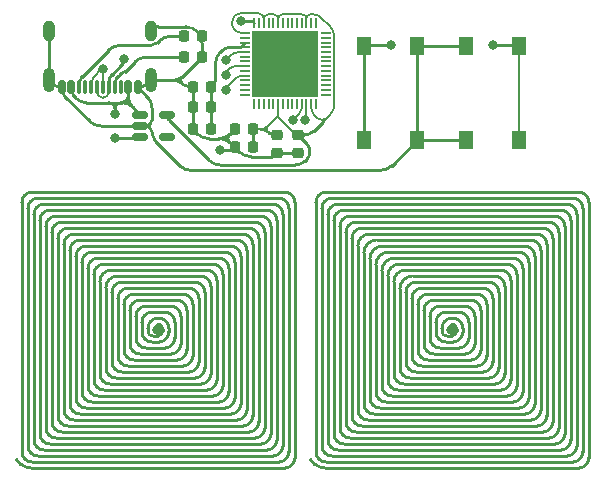
<source format=gbr>
%TF.GenerationSoftware,KiCad,Pcbnew,8.0.2*%
%TF.CreationDate,2024-05-17T16:53:07+03:00*%
%TF.ProjectId,zamonaryboard,7a616d6f-6e61-4727-9962-6f6172642e6b,rev?*%
%TF.SameCoordinates,Original*%
%TF.FileFunction,Copper,L1,Top*%
%TF.FilePolarity,Positive*%
%FSLAX46Y46*%
G04 Gerber Fmt 4.6, Leading zero omitted, Abs format (unit mm)*
G04 Created by KiCad (PCBNEW 8.0.2) date 2024-05-17 16:53:07*
%MOMM*%
%LPD*%
G01*
G04 APERTURE LIST*
G04 Aperture macros list*
%AMRoundRect*
0 Rectangle with rounded corners*
0 $1 Rounding radius*
0 $2 $3 $4 $5 $6 $7 $8 $9 X,Y pos of 4 corners*
0 Add a 4 corners polygon primitive as box body*
4,1,4,$2,$3,$4,$5,$6,$7,$8,$9,$2,$3,0*
0 Add four circle primitives for the rounded corners*
1,1,$1+$1,$2,$3*
1,1,$1+$1,$4,$5*
1,1,$1+$1,$6,$7*
1,1,$1+$1,$8,$9*
0 Add four rect primitives between the rounded corners*
20,1,$1+$1,$2,$3,$4,$5,0*
20,1,$1+$1,$4,$5,$6,$7,0*
20,1,$1+$1,$6,$7,$8,$9,0*
20,1,$1+$1,$8,$9,$2,$3,0*%
G04 Aperture macros list end*
%TA.AperFunction,SMDPad,CuDef*%
%ADD10RoundRect,0.225000X0.225000X0.250000X-0.225000X0.250000X-0.225000X-0.250000X0.225000X-0.250000X0*%
%TD*%
%TA.AperFunction,SMDPad,CuDef*%
%ADD11R,1.300000X1.550000*%
%TD*%
%TA.AperFunction,SMDPad,CuDef*%
%ADD12RoundRect,0.150000X-0.512500X-0.150000X0.512500X-0.150000X0.512500X0.150000X-0.512500X0.150000X0*%
%TD*%
%TA.AperFunction,SMDPad,CuDef*%
%ADD13RoundRect,0.225000X-0.225000X-0.250000X0.225000X-0.250000X0.225000X0.250000X-0.225000X0.250000X0*%
%TD*%
%TA.AperFunction,SMDPad,CuDef*%
%ADD14RoundRect,0.225000X-0.250000X0.225000X-0.250000X-0.225000X0.250000X-0.225000X0.250000X0.225000X0*%
%TD*%
%TA.AperFunction,SMDPad,CuDef*%
%ADD15RoundRect,0.050000X-0.387500X-0.050000X0.387500X-0.050000X0.387500X0.050000X-0.387500X0.050000X0*%
%TD*%
%TA.AperFunction,SMDPad,CuDef*%
%ADD16RoundRect,0.050000X-0.050000X-0.387500X0.050000X-0.387500X0.050000X0.387500X-0.050000X0.387500X0*%
%TD*%
%TA.AperFunction,HeatsinkPad*%
%ADD17R,5.600000X5.600000*%
%TD*%
%TA.AperFunction,SMDPad,CuDef*%
%ADD18RoundRect,0.150000X0.150000X0.425000X-0.150000X0.425000X-0.150000X-0.425000X0.150000X-0.425000X0*%
%TD*%
%TA.AperFunction,SMDPad,CuDef*%
%ADD19RoundRect,0.075000X0.075000X0.500000X-0.075000X0.500000X-0.075000X-0.500000X0.075000X-0.500000X0*%
%TD*%
%TA.AperFunction,ComponentPad*%
%ADD20O,1.000000X2.100000*%
%TD*%
%TA.AperFunction,ComponentPad*%
%ADD21O,1.000000X1.800000*%
%TD*%
%TA.AperFunction,SMDPad,CuDef*%
%ADD22RoundRect,0.225000X0.250000X-0.225000X0.250000X0.225000X-0.250000X0.225000X-0.250000X-0.225000X0*%
%TD*%
%TA.AperFunction,ViaPad*%
%ADD23C,0.800000*%
%TD*%
%TA.AperFunction,Conductor*%
%ADD24C,0.250000*%
%TD*%
%TA.AperFunction,Conductor*%
%ADD25C,0.200000*%
%TD*%
G04 APERTURE END LIST*
D10*
%TO.P,C1,1*%
%TO.N,Net-(C1-Pad1)*%
X136665000Y-78740000D03*
%TO.P,C1,2*%
%TO.N,GND*%
X135115000Y-78740000D03*
%TD*%
D11*
%TO.P,SW-RST1,1,1*%
%TO.N,GND*%
X158278000Y-83223000D03*
X158278000Y-75273000D03*
%TO.P,SW-RST1,2,2*%
%TO.N,Net-(U1-CHIP_PU{slash}RESET)*%
X162778000Y-83223000D03*
X162778000Y-75273000D03*
%TD*%
%TO.P,SW1,1,1*%
%TO.N,Net-(U1-GPIO0{slash}BOOT)*%
X149642000Y-83223000D03*
X149642000Y-75273000D03*
%TO.P,SW1,2,2*%
%TO.N,GND*%
X154142000Y-83223000D03*
X154142000Y-75273000D03*
%TD*%
D12*
%TO.P,U2,1,V_{IN}*%
%TO.N,VBUS*%
X130688500Y-81092000D03*
%TO.P,U2,2,V_{SS}*%
%TO.N,GND*%
X130688500Y-82042000D03*
%TO.P,U2,3,CE*%
%TO.N,VBUS*%
X130688500Y-82992000D03*
%TO.P,U2,4,NC*%
%TO.N,unconnected-(U2-NC-Pad4)*%
X132963500Y-82992000D03*
%TO.P,U2,5,V_{OUT}*%
%TO.N,+3V3*%
X132963500Y-81092000D03*
%TD*%
D13*
%TO.P,R1,1*%
%TO.N,Net-(J1-CC1)*%
X134340000Y-76200000D03*
%TO.P,R1,2*%
%TO.N,GND*%
X135890000Y-76200000D03*
%TD*%
D14*
%TO.P,C6,1*%
%TO.N,+3V3*%
X144018000Y-82804000D03*
%TO.P,C6,2*%
%TO.N,GND*%
X144018000Y-84354000D03*
%TD*%
D15*
%TO.P,U1,1,VDDA*%
%TO.N,+3V3*%
X139502500Y-74170000D03*
%TO.P,U1,2,LNA_IN/RF*%
%TO.N,unconnected-(U1-LNA_IN{slash}RF-Pad2)*%
X139502500Y-74570000D03*
%TO.P,U1,3,VDD3P3*%
%TO.N,Net-(C1-Pad1)*%
X139502500Y-74970000D03*
%TO.P,U1,4,VDD3P3*%
X139502500Y-75370000D03*
%TO.P,U1,5,GPIO0/BOOT*%
%TO.N,Net-(U1-GPIO0{slash}BOOT)*%
X139502500Y-75770000D03*
%TO.P,U1,6,GPIO1/ADC1_CH0*%
%TO.N,unconnected-(U1-GPIO1{slash}ADC1_CH0-Pad6)*%
X139502500Y-76170000D03*
%TO.P,U1,7,GPIO2/ADC1_CH1*%
%TO.N,unconnected-(U1-GPIO2{slash}ADC1_CH1-Pad7)*%
X139502500Y-76570000D03*
%TO.P,U1,8,GPIO3/ADC1_CH2*%
%TO.N,BTN1*%
X139502500Y-76970000D03*
%TO.P,U1,9,GPIO4/ADC1_CH3*%
%TO.N,unconnected-(U1-GPIO4{slash}ADC1_CH3-Pad9)*%
X139502500Y-77370000D03*
%TO.P,U1,10,GPIO5/ADC1_CH4*%
%TO.N,BTN2*%
X139502500Y-77770000D03*
%TO.P,U1,11,GPIO6/ADC1_CH5*%
%TO.N,unconnected-(U1-GPIO6{slash}ADC1_CH5-Pad11)*%
X139502500Y-78170000D03*
%TO.P,U1,12,GPIO7/ADC1_CH6*%
%TO.N,unconnected-(U1-GPIO7{slash}ADC1_CH6-Pad12)*%
X139502500Y-78570000D03*
%TO.P,U1,13,GPIO8/ADC1_CH7*%
%TO.N,unconnected-(U1-GPIO8{slash}ADC1_CH7-Pad13)*%
X139502500Y-78970000D03*
%TO.P,U1,14,GPIO9/ADC1_CH8*%
%TO.N,unconnected-(U1-GPIO9{slash}ADC1_CH8-Pad14)*%
X139502500Y-79370000D03*
D16*
%TO.P,U1,15,GPIO10/ADC1_CH9*%
%TO.N,unconnected-(U1-GPIO10{slash}ADC1_CH9-Pad15)*%
X140340000Y-80207500D03*
%TO.P,U1,16,GPIO11/ADC2_CH0*%
%TO.N,unconnected-(U1-GPIO11{slash}ADC2_CH0-Pad16)*%
X140740000Y-80207500D03*
%TO.P,U1,17,GPIO12/ADC2_CH1*%
%TO.N,unconnected-(U1-GPIO12{slash}ADC2_CH1-Pad17)*%
X141140000Y-80207500D03*
%TO.P,U1,18,GPIO13/ADC2_CH2*%
%TO.N,unconnected-(U1-GPIO13{slash}ADC2_CH2-Pad18)*%
X141540000Y-80207500D03*
%TO.P,U1,19,GPIO14/ADC2_CH3*%
%TO.N,unconnected-(U1-GPIO14{slash}ADC2_CH3-Pad19)*%
X141940000Y-80207500D03*
%TO.P,U1,20,VDD3P3_RTC*%
%TO.N,+3V3*%
X142340000Y-80207500D03*
%TO.P,U1,21,GPIO15/ADC2_CH4/XTAL_32K_P*%
%TO.N,unconnected-(U1-GPIO15{slash}ADC2_CH4{slash}XTAL_32K_P-Pad21)*%
X142740000Y-80207500D03*
%TO.P,U1,22,GPIO16/ADC2_CH5/XTAL_32K_N*%
%TO.N,unconnected-(U1-GPIO16{slash}ADC2_CH5{slash}XTAL_32K_N-Pad22)*%
X143140000Y-80207500D03*
%TO.P,U1,23,GPIO17/ADC2_CH6/DAC_1*%
%TO.N,unconnected-(U1-GPIO17{slash}ADC2_CH6{slash}DAC_1-Pad23)*%
X143540000Y-80207500D03*
%TO.P,U1,24,GPIO18/ADC2_CH7/DAC_2*%
%TO.N,unconnected-(U1-GPIO18{slash}ADC2_CH7{slash}DAC_2-Pad24)*%
X143940000Y-80207500D03*
%TO.P,U1,25,GPIO19/ADC2_CH8/USB_D-*%
%TO.N,D-*%
X144340000Y-80207500D03*
%TO.P,U1,26,GPIO20/ADC2_CH9/USB_D+*%
%TO.N,D+*%
X144740000Y-80207500D03*
%TO.P,U1,27,VDD3P3_RTC_IO*%
%TO.N,+3V3*%
X145140000Y-80207500D03*
%TO.P,U1,28,GPIO21*%
%TO.N,unconnected-(U1-GPIO21-Pad28)*%
X145540000Y-80207500D03*
D15*
%TO.P,U1,29,SPI_CS1/GPIO26*%
%TO.N,unconnected-(U1-SPI_CS1{slash}GPIO26-Pad29)*%
X146377500Y-79370000D03*
%TO.P,U1,30,VDD_SPI*%
%TO.N,unconnected-(U1-VDD_SPI-Pad30)*%
X146377500Y-78970000D03*
%TO.P,U1,31,SPIHD/GPIO27*%
%TO.N,unconnected-(U1-SPIHD{slash}GPIO27-Pad31)*%
X146377500Y-78570000D03*
%TO.P,U1,32,SPIWP/GPIO28*%
%TO.N,unconnected-(U1-SPIWP{slash}GPIO28-Pad32)*%
X146377500Y-78170000D03*
%TO.P,U1,33,SPICS0/GPIO29*%
%TO.N,unconnected-(U1-SPICS0{slash}GPIO29-Pad33)*%
X146377500Y-77770000D03*
%TO.P,U1,34,SPICLK/GPIO30*%
%TO.N,unconnected-(U1-SPICLK{slash}GPIO30-Pad34)*%
X146377500Y-77370000D03*
%TO.P,U1,35,SPIQ/GPIO31*%
%TO.N,unconnected-(U1-SPIQ{slash}GPIO31-Pad35)*%
X146377500Y-76970000D03*
%TO.P,U1,36,SPID/GPIO32*%
%TO.N,unconnected-(U1-SPID{slash}GPIO32-Pad36)*%
X146377500Y-76570000D03*
%TO.P,U1,37,GPIO33*%
%TO.N,unconnected-(U1-GPIO33-Pad37)*%
X146377500Y-76170000D03*
%TO.P,U1,38,GPIO34*%
%TO.N,unconnected-(U1-GPIO34-Pad38)*%
X146377500Y-75770000D03*
%TO.P,U1,39,GPIO35*%
%TO.N,unconnected-(U1-GPIO35-Pad39)*%
X146377500Y-75370000D03*
%TO.P,U1,40,GPIO36*%
%TO.N,unconnected-(U1-GPIO36-Pad40)*%
X146377500Y-74970000D03*
%TO.P,U1,41,GPIO37*%
%TO.N,unconnected-(U1-GPIO37-Pad41)*%
X146377500Y-74570000D03*
%TO.P,U1,42,GPIO38*%
%TO.N,unconnected-(U1-GPIO38-Pad42)*%
X146377500Y-74170000D03*
D16*
%TO.P,U1,43,MTCK/JTAG/GPIO39*%
%TO.N,unconnected-(U1-MTCK{slash}JTAG{slash}GPIO39-Pad43)*%
X145540000Y-73332500D03*
%TO.P,U1,44,MTDO/JTAG/GPIO40*%
%TO.N,unconnected-(U1-MTDO{slash}JTAG{slash}GPIO40-Pad44)*%
X145140000Y-73332500D03*
%TO.P,U1,45,VDD3P3_CPU*%
%TO.N,+3V3*%
X144740000Y-73332500D03*
%TO.P,U1,46,MTDI/JTAG/GPIO41*%
%TO.N,unconnected-(U1-MTDI{slash}JTAG{slash}GPIO41-Pad46)*%
X144340000Y-73332500D03*
%TO.P,U1,47,MTMS/JTAG/GPIO42*%
%TO.N,unconnected-(U1-MTMS{slash}JTAG{slash}GPIO42-Pad47)*%
X143940000Y-73332500D03*
%TO.P,U1,48,U0TXD/GPIO43*%
%TO.N,unconnected-(U1-U0TXD{slash}GPIO43-Pad48)*%
X143540000Y-73332500D03*
%TO.P,U1,49,U0RXD/GPIO44*%
%TO.N,unconnected-(U1-U0RXD{slash}GPIO44-Pad49)*%
X143140000Y-73332500D03*
%TO.P,U1,50,GPIO45*%
%TO.N,unconnected-(U1-GPIO45-Pad50)*%
X142740000Y-73332500D03*
%TO.P,U1,51,VDDA*%
%TO.N,+3V3*%
X142340000Y-73332500D03*
%TO.P,U1,52,XTAL_N*%
%TO.N,unconnected-(U1-XTAL_N-Pad52)*%
X141940000Y-73332500D03*
%TO.P,U1,53,XTAL_P*%
%TO.N,unconnected-(U1-XTAL_P-Pad53)*%
X141540000Y-73332500D03*
%TO.P,U1,54,VDDA*%
%TO.N,+3V3*%
X141140000Y-73332500D03*
%TO.P,U1,55,GPIO46*%
%TO.N,unconnected-(U1-GPIO46-Pad55)*%
X140740000Y-73332500D03*
%TO.P,U1,56,CHIP_PU/RESET*%
%TO.N,Net-(U1-CHIP_PU{slash}RESET)*%
X140340000Y-73332500D03*
D17*
%TO.P,U1,57,GND*%
%TO.N,GND*%
X142940000Y-76770000D03*
%TD*%
D18*
%TO.P,J1,A1,GND*%
%TO.N,GND*%
X130450000Y-78740000D03*
%TO.P,J1,A4,VBUS*%
%TO.N,VBUS*%
X129650000Y-78740000D03*
D19*
%TO.P,J1,A5,CC1*%
%TO.N,Net-(J1-CC1)*%
X128500000Y-78740000D03*
%TO.P,J1,A6,D+*%
%TO.N,D+*%
X127500000Y-78740000D03*
%TO.P,J1,A7,D-*%
%TO.N,D-*%
X127000000Y-78740000D03*
%TO.P,J1,A8*%
%TO.N,N/C*%
X126000000Y-78740000D03*
D18*
%TO.P,J1,A9,VBUS*%
%TO.N,VBUS*%
X124850000Y-78740000D03*
%TO.P,J1,A12,GND*%
%TO.N,GND*%
X124050000Y-78740000D03*
%TO.P,J1,B1,GND*%
X124050000Y-78740000D03*
%TO.P,J1,B4,VBUS*%
%TO.N,VBUS*%
X124850000Y-78740000D03*
D19*
%TO.P,J1,B5,CC2*%
%TO.N,Net-(J1-CC2)*%
X125500000Y-78740000D03*
%TO.P,J1,B6,D+*%
%TO.N,D+*%
X126500000Y-78740000D03*
%TO.P,J1,B7,D-*%
%TO.N,D-*%
X128000000Y-78740000D03*
%TO.P,J1,B8*%
%TO.N,N/C*%
X129000000Y-78740000D03*
D18*
%TO.P,J1,B9,VBUS*%
%TO.N,VBUS*%
X129650000Y-78740000D03*
%TO.P,J1,B12,GND*%
%TO.N,GND*%
X130450000Y-78740000D03*
D20*
%TO.P,J1,S1,SHIELD*%
X131570000Y-78165000D03*
D21*
X131570000Y-73985000D03*
D20*
X122930000Y-78165000D03*
D21*
X122930000Y-73985000D03*
%TD*%
D10*
%TO.P,C5,1*%
%TO.N,+3V3*%
X140208000Y-83820000D03*
%TO.P,C5,2*%
%TO.N,GND*%
X138658000Y-83820000D03*
%TD*%
%TO.P,C2,1*%
%TO.N,Net-(C1-Pad1)*%
X136652000Y-82296000D03*
%TO.P,C2,2*%
%TO.N,GND*%
X135102000Y-82296000D03*
%TD*%
%TO.P,C3,1*%
%TO.N,Net-(C1-Pad1)*%
X136678000Y-80391000D03*
%TO.P,C3,2*%
%TO.N,GND*%
X135128000Y-80391000D03*
%TD*%
%TO.P,R2,1*%
%TO.N,GND*%
X135890000Y-74435000D03*
%TO.P,R2,2*%
%TO.N,Net-(J1-CC2)*%
X134340000Y-74435000D03*
%TD*%
D22*
%TO.P,C7,1*%
%TO.N,GND*%
X142240000Y-84354000D03*
%TO.P,C7,2*%
%TO.N,+3V3*%
X142240000Y-82804000D03*
%TD*%
D10*
%TO.P,C4,1*%
%TO.N,+3V3*%
X140234000Y-82296000D03*
%TO.P,C4,2*%
%TO.N,GND*%
X138684000Y-82296000D03*
%TD*%
D23*
%TO.N,GND*%
X142113000Y-75946000D03*
X143891000Y-77724000D03*
X143002000Y-75946000D03*
X143891000Y-76835000D03*
X143002000Y-76835000D03*
X142113000Y-76835000D03*
X143002000Y-77724000D03*
X143891000Y-75946000D03*
X137414000Y-84074000D03*
X142113000Y-77724000D03*
%TO.N,D+*%
X144637588Y-81523362D03*
X127508000Y-77216000D03*
%TO.N,VBUS*%
X128524000Y-81026000D03*
X128524000Y-83058000D03*
%TO.N,D-*%
X143637000Y-81534000D03*
X129286000Y-76327000D03*
%TO.N,Net-(U1-CHIP_PU{slash}RESET)*%
X160528000Y-75184000D03*
X139192000Y-73152000D03*
%TO.N,Net-(U1-GPIO0{slash}BOOT)*%
X151892000Y-75184000D03*
X137922000Y-76454000D03*
%TO.N,BTN2*%
X156972000Y-99314000D03*
X137922000Y-78994000D03*
%TO.N,BTN1*%
X137922000Y-77724000D03*
X132080000Y-99314000D03*
%TD*%
D24*
%TO.N,GND*%
X133518413Y-78165000D02*
X131840336Y-78165000D01*
X135115000Y-79047500D02*
X135115000Y-80368807D01*
X123312313Y-78547313D02*
X122930000Y-78165000D01*
X131187686Y-78547313D02*
X131378843Y-78356156D01*
X135890000Y-74998490D02*
X135890000Y-76200000D01*
X154142000Y-83223000D02*
X158278000Y-83223000D01*
X135503551Y-82697551D02*
X135115000Y-82309000D01*
X138224394Y-84074000D02*
X137414000Y-84074000D01*
X131277551Y-79567551D02*
X130642686Y-78932686D01*
X126378552Y-81643551D02*
X124253292Y-79518291D01*
X135128000Y-82251615D02*
X135128000Y-80400192D01*
X134990582Y-85794000D02*
X151007509Y-85794000D01*
X132167487Y-73635000D02*
X134526509Y-73635000D01*
X138246000Y-83458000D02*
X138590322Y-83802322D01*
X154142000Y-75273000D02*
X154142000Y-83223000D01*
X130357249Y-82042000D02*
X130688499Y-82042000D01*
X137372054Y-83096000D02*
X136465490Y-83096000D01*
X123777500Y-78740000D02*
X124050000Y-78740000D01*
X139059551Y-84221551D02*
X138675677Y-83837677D01*
X138237553Y-82742446D02*
X138684000Y-82296000D01*
X131914969Y-83281877D02*
X134028643Y-85395551D01*
X135491551Y-74036551D02*
X135488448Y-74033448D01*
X134212500Y-78452500D02*
X134282564Y-78522564D01*
X135890000Y-76200000D02*
X134212500Y-77877500D01*
X131676000Y-82704954D02*
X131676000Y-82596811D01*
X127340491Y-82042000D02*
X129694750Y-82042000D01*
X122930000Y-78165000D02*
X122930000Y-73985000D01*
X138531000Y-83947000D02*
X138658000Y-83820000D01*
X131676000Y-80529490D02*
X131676000Y-81487188D01*
X130357249Y-82042000D02*
X129694750Y-82042000D01*
X151969448Y-85395551D02*
X154142000Y-83223000D01*
X154142000Y-75273000D02*
X158278000Y-75273000D01*
X142428090Y-84354000D02*
X144018000Y-84354000D01*
X141785909Y-84620000D02*
X140021490Y-84620000D01*
X139059551Y-84221551D02*
G75*
G03*
X140021490Y-84620003I961949J961951D01*
G01*
X131513499Y-82204500D02*
G75*
G03*
X131121188Y-82042005I-392299J-392300D01*
G01*
X131513499Y-82204500D02*
G75*
G02*
X131513499Y-81879499I162501J162500D01*
G01*
X126378552Y-81643551D02*
G75*
G03*
X127340491Y-82042002I961948J961951D01*
G01*
X134282564Y-78522564D02*
G75*
G03*
X134807500Y-78739991I524936J524964D01*
G01*
X141785909Y-84620000D02*
G75*
G03*
X142106997Y-84486997I-9J454100D01*
G01*
X123312313Y-78547313D02*
G75*
G03*
X123777500Y-78739992I465187J465213D01*
G01*
X131121188Y-82042000D02*
G75*
G03*
X131513503Y-81879503I12J554800D01*
G01*
X137372054Y-83096000D02*
G75*
G03*
X138237575Y-82742469I5946J1221700D01*
G01*
X134212500Y-78452500D02*
G75*
G03*
X133518413Y-78164994I-694100J-694100D01*
G01*
X134212500Y-77877500D02*
G75*
G02*
X133518413Y-78165006I-694100J694100D01*
G01*
X131914969Y-83281877D02*
G75*
G02*
X131676035Y-82704954I576931J576877D01*
G01*
X138531000Y-83947000D02*
G75*
G02*
X138224394Y-84073998I-306600J306600D01*
G01*
X131676000Y-81487188D02*
G75*
G02*
X131513503Y-81879503I-554800J-12D01*
G01*
X135488448Y-74033448D02*
G75*
G03*
X134526509Y-73634997I-961948J-961952D01*
G01*
X135491551Y-74036551D02*
G75*
G02*
X135890003Y-74998490I-961951J-961949D01*
G01*
X136465490Y-83096000D02*
G75*
G02*
X135503553Y-82697549I10J1360400D01*
G01*
X151969448Y-85395551D02*
G75*
G02*
X151007509Y-85794002I-961948J961951D01*
G01*
X131513499Y-82204500D02*
G75*
G02*
X131675995Y-82596811I-392299J-392300D01*
G01*
X124253292Y-79518291D02*
G75*
G02*
X124050005Y-79027499I490808J490791D01*
G01*
X134990582Y-85794000D02*
G75*
G02*
X134028649Y-85395545I18J1360400D01*
G01*
X134212500Y-78452500D02*
G75*
G02*
X134212500Y-77877500I287500J287500D01*
G01*
X132167487Y-73635000D02*
G75*
G03*
X131745004Y-73810004I13J-597500D01*
G01*
X130722500Y-78740000D02*
G75*
G03*
X131187692Y-78547319I0J657900D01*
G01*
X138237553Y-82742446D02*
G75*
G03*
X138245998Y-83458002I362147J-353554D01*
G01*
X131676000Y-80529490D02*
G75*
G03*
X131277549Y-79567553I-1360400J-10D01*
G01*
X137372054Y-83096000D02*
G75*
G02*
X138246013Y-83457987I46J-1235900D01*
G01*
X130722500Y-78740000D02*
G75*
G03*
X130642654Y-78932718I0J-112900D01*
G01*
%TO.N,Net-(C1-Pad1)*%
X137031131Y-76765359D02*
X137031131Y-78194245D01*
X139152500Y-75345000D02*
X138451490Y-75345000D01*
X139152500Y-75345000D02*
X139502500Y-74995000D01*
X136665000Y-79000215D02*
X136665000Y-80360314D01*
X136652000Y-80435384D02*
X136652000Y-82296000D01*
X137429579Y-75803420D02*
X137489551Y-75743447D01*
X137429579Y-75803420D02*
G75*
G03*
X137031097Y-76765359I961921J-961980D01*
G01*
X137031131Y-78194245D02*
G75*
G02*
X136849006Y-78556006I-655231J103145D01*
G01*
X137489551Y-75743447D02*
G75*
G02*
X138451490Y-75344996I961949J-961953D01*
G01*
D25*
%TO.N,+3V3*%
X147115000Y-80159509D02*
X147115000Y-75176213D01*
D24*
X144759270Y-83545270D02*
X144053691Y-82839691D01*
D25*
X145340000Y-72595000D02*
X145087635Y-72595000D01*
X141140000Y-72942635D02*
X141140000Y-73332500D01*
D24*
X140208000Y-82340384D02*
X140208000Y-83820000D01*
D25*
X146016628Y-72875268D02*
X146716551Y-73575191D01*
X139221250Y-74170000D02*
X139502500Y-74170000D01*
X142340000Y-81156525D02*
X142340000Y-80207500D01*
X140966680Y-72625320D02*
X141038180Y-72696820D01*
X138430000Y-73299375D02*
X138430000Y-73257839D01*
X142687635Y-72595000D02*
X144392364Y-72595000D01*
D24*
X144526000Y-82804000D02*
X144018000Y-82804000D01*
X146124394Y-81713605D02*
X145393210Y-82444789D01*
X141552394Y-82624394D02*
X141478000Y-82550000D01*
D25*
X144740000Y-72942635D02*
X144740000Y-73332500D01*
X147115000Y-75163786D02*
X147115000Y-74537130D01*
X141487635Y-72595000D02*
X141992364Y-72595000D01*
X146716551Y-81121447D02*
X146483605Y-81354394D01*
D24*
X144660525Y-84970525D02*
X144759270Y-84871781D01*
X143758880Y-85344000D02*
X137454438Y-85344000D01*
D25*
X142356599Y-81243549D02*
X143881358Y-82768308D01*
X142340000Y-72942635D02*
X142340000Y-73332500D01*
X145140000Y-80542750D02*
X145140000Y-80207500D01*
X146483605Y-81354394D02*
X146124394Y-81713605D01*
X141478000Y-82042000D02*
X142323400Y-81196599D01*
X140864789Y-82296000D02*
X140252384Y-82296000D01*
X138741126Y-73971126D02*
X138685000Y-73915000D01*
X139235839Y-72452000D02*
X140548248Y-72452000D01*
X145377057Y-81115057D02*
X145616394Y-81354394D01*
D24*
X136492499Y-84945551D02*
X133078246Y-81531298D01*
D25*
X142340000Y-81156525D02*
X142340000Y-81203475D01*
X142238180Y-72696820D02*
G75*
G03*
X142441820Y-72696820I101820J101821D01*
G01*
X144638180Y-72696820D02*
G75*
G03*
X144841820Y-72696820I101820J101821D01*
G01*
X138666025Y-72688025D02*
G75*
G03*
X138430016Y-73257839I569775J-569775D01*
G01*
X138741126Y-73971126D02*
G75*
G03*
X139221250Y-74170035I480174J480126D01*
G01*
X142340000Y-72942635D02*
G75*
G03*
X142238190Y-72696810I-347600J35D01*
G01*
X141038180Y-72696820D02*
G75*
G03*
X141241820Y-72696820I101820J101821D01*
G01*
X142238180Y-72696820D02*
G75*
G03*
X141992364Y-72595015I-245780J-245780D01*
G01*
X142441820Y-72696820D02*
G75*
G03*
X142340015Y-72942635I245780J-245780D01*
G01*
X142356599Y-81243549D02*
G75*
G02*
X142340025Y-81203475I40101J40049D01*
G01*
X141241820Y-72696820D02*
G75*
G03*
X141140015Y-72942635I245780J-245780D01*
G01*
X146050000Y-81534000D02*
G75*
G03*
X146483603Y-81354392I0J613200D01*
G01*
D24*
X141552394Y-82624394D02*
G75*
G03*
X141986000Y-82804003I433606J433594D01*
G01*
X140864789Y-82296000D02*
G75*
G02*
X141478003Y-82549997I11J-867200D01*
G01*
D25*
X141487635Y-72595000D02*
G75*
G03*
X141241810Y-72696810I-35J-347600D01*
G01*
X146716551Y-73575191D02*
G75*
G02*
X147114974Y-74537130I-961951J-961909D01*
G01*
X142687635Y-72595000D02*
G75*
G03*
X142441810Y-72696810I-35J-347600D01*
G01*
X146016628Y-72875268D02*
G75*
G03*
X145340000Y-72595001I-676628J-676632D01*
G01*
X145087635Y-72595000D02*
G75*
G03*
X144841810Y-72696810I-35J-347600D01*
G01*
X145616394Y-81354394D02*
G75*
G03*
X146050000Y-81534003I433606J433594D01*
G01*
X145140000Y-80542750D02*
G75*
G03*
X145377075Y-81115039I809400J50D01*
G01*
X142340000Y-81156525D02*
G75*
G02*
X142323393Y-81196592I-56700J25D01*
G01*
D24*
X145034000Y-84208526D02*
G75*
G03*
X144759286Y-83545254I-938000J26D01*
G01*
D25*
X139235839Y-72452000D02*
G75*
G03*
X138666013Y-72688013I-39J-805800D01*
G01*
X141478000Y-82042000D02*
G75*
G02*
X140864789Y-82295996I-613200J613200D01*
G01*
X147113180Y-75171820D02*
G75*
G02*
X147114994Y-75176213I-4380J-4380D01*
G01*
X141478000Y-82042000D02*
G75*
G03*
X141478000Y-82550000I254000J-254000D01*
G01*
D24*
X144759270Y-84871781D02*
G75*
G03*
X145034013Y-84208526I-663270J663281D01*
G01*
X145393210Y-82444789D02*
G75*
G02*
X144526000Y-82804005I-867210J867189D01*
G01*
D25*
X147115000Y-75163786D02*
G75*
G02*
X147113184Y-75168184I-6200J-14D01*
G01*
X147113180Y-75168180D02*
G75*
G03*
X147113180Y-75171820I1820J-1820D01*
G01*
X144740000Y-72942635D02*
G75*
G03*
X144638190Y-72696810I-347600J35D01*
G01*
X141140000Y-72942635D02*
G75*
G03*
X141038190Y-72696810I-347600J35D01*
G01*
X142340000Y-81203475D02*
G75*
G03*
X142323442Y-81196641I-9700J-25D01*
G01*
X144638180Y-72696820D02*
G75*
G03*
X144392364Y-72595015I-245780J-245780D01*
G01*
D24*
X146124394Y-81713605D02*
G75*
G03*
X146050000Y-81533983I-74394J74405D01*
G01*
D25*
X140966680Y-72625320D02*
G75*
G03*
X140548248Y-72451980I-418480J-418480D01*
G01*
D24*
X133078246Y-81531298D02*
G75*
G02*
X132963526Y-81254276I277054J276998D01*
G01*
X143758880Y-85344000D02*
G75*
G03*
X144660532Y-84970532I20J1275100D01*
G01*
X136492499Y-84945551D02*
G75*
G03*
X137454438Y-85343969I961901J961951D01*
G01*
D25*
X138430000Y-73299375D02*
G75*
G03*
X138684993Y-73915007I870600J-25D01*
G01*
X147115000Y-80159509D02*
G75*
G02*
X146716550Y-81121446I-1360400J9D01*
G01*
X144841820Y-72696820D02*
G75*
G03*
X144740015Y-72942635I245780J-245780D01*
G01*
%TO.N,D+*%
X126714751Y-77917838D02*
X127384271Y-77248318D01*
X127500000Y-77229656D02*
X127500000Y-78740000D01*
X127462295Y-77216000D02*
X127508000Y-77216000D01*
X127504000Y-77220000D02*
X127508000Y-77216000D01*
X144688794Y-81472156D02*
X144637588Y-81523362D01*
X144740000Y-81348533D02*
X144740000Y-80207500D01*
X144740000Y-81348533D02*
G75*
G02*
X144688771Y-81472133I-174800J33D01*
G01*
X127500000Y-77229656D02*
G75*
G02*
X127504033Y-77220034I13600J-44D01*
G01*
X126714751Y-77917838D02*
G75*
G03*
X126499993Y-78436295I518449J-518462D01*
G01*
X127384271Y-77248318D02*
G75*
G02*
X127462295Y-77215984I78029J-77982D01*
G01*
D24*
%TO.N,VBUS*%
X125219250Y-79684249D02*
X125053292Y-79518291D01*
X128524000Y-83058000D02*
X130575830Y-83058000D01*
X128037750Y-80053500D02*
X129010250Y-80053500D01*
X129150000Y-80053500D02*
X129010250Y-80053500D01*
X129650000Y-79490500D02*
X129650000Y-78740000D01*
X128037750Y-80053500D02*
X126110700Y-80053500D01*
X128524000Y-80539750D02*
X128524000Y-81026000D01*
X130048101Y-80451601D02*
X130688500Y-81092000D01*
X130048101Y-80451601D02*
G75*
G03*
X129150001Y-80053480I-931201J-888599D01*
G01*
X130048101Y-80451601D02*
G75*
G02*
X129649999Y-79490500I961099J961101D01*
G01*
X125053292Y-79518291D02*
G75*
G02*
X124850005Y-79027499I490808J490791D01*
G01*
X129150000Y-80053500D02*
G75*
G03*
X129650025Y-79490499I-33500J533300D01*
G01*
X128524000Y-80539750D02*
G75*
G02*
X129010250Y-80053500I486200J50D01*
G01*
X125219250Y-79684249D02*
G75*
G03*
X126110700Y-80053500I891450J891449D01*
G01*
X128037750Y-80053500D02*
G75*
G02*
X128524000Y-80539750I-50J-486300D01*
G01*
%TO.N,Net-(J1-CC2)*%
X132299226Y-74822500D02*
X132153554Y-74968176D01*
X133234733Y-74435000D02*
X134340000Y-74435000D01*
X131569751Y-75210000D02*
X128950726Y-75210000D01*
X127988787Y-75608448D02*
X125727251Y-77869984D01*
X125727251Y-77869984D02*
G75*
G03*
X125500016Y-78418618I548649J-548616D01*
G01*
X132299226Y-74822500D02*
G75*
G02*
X133234733Y-74435022I935474J-935500D01*
G01*
X127988787Y-75608448D02*
G75*
G02*
X128950726Y-75210022I961913J-961952D01*
G01*
X131569751Y-75210000D02*
G75*
G03*
X132153576Y-74968198I49J825600D01*
G01*
%TO.N,D-*%
X129286000Y-76327000D02*
X129286000Y-76500920D01*
X129058536Y-76902302D02*
X128275474Y-77685365D01*
D25*
X144119559Y-81051440D02*
X143637000Y-81534000D01*
D24*
X129128191Y-76832647D02*
X129058536Y-76902302D01*
X129128191Y-76832647D02*
X129163019Y-76797820D01*
D25*
X127519295Y-79629000D02*
X127480704Y-79629000D01*
X127140795Y-79488205D02*
G75*
G02*
X127000002Y-79148295I339905J339905D01*
G01*
D24*
X129163019Y-76797820D02*
G75*
G03*
X129286008Y-76500920I-296919J296920D01*
G01*
D25*
X127519295Y-79629000D02*
G75*
G03*
X127859206Y-79488206I5J480700D01*
G01*
X127859205Y-79488205D02*
G75*
G03*
X127999998Y-79148295I-339905J339905D01*
G01*
X144119559Y-81051440D02*
G75*
G03*
X144340044Y-80519250I-532159J532240D01*
G01*
X127140795Y-79488205D02*
G75*
G03*
X127480704Y-79628998I339905J339905D01*
G01*
D24*
X128275474Y-77685365D02*
G75*
G03*
X128000005Y-78350420I665026J-665035D01*
G01*
%TO.N,Net-(J1-CC1)*%
X129004267Y-77592968D02*
X128727251Y-77869984D01*
X129376101Y-77438949D02*
X130216602Y-76598448D01*
X131178541Y-76200000D02*
X134340000Y-76200000D01*
X129004267Y-77592968D02*
G75*
G02*
X129190184Y-77515952I185933J-185932D01*
G01*
X128727251Y-77869984D02*
G75*
G03*
X128500016Y-78418618I548649J-548616D01*
G01*
X131178541Y-76200000D02*
G75*
G03*
X130216579Y-76598425I-41J-1360400D01*
G01*
X129376101Y-77438949D02*
G75*
G02*
X129190184Y-77515938I-185901J185949D01*
G01*
%TO.N,Net-(U1-CHIP_PU{slash}RESET)*%
X140306161Y-73298661D02*
X140237250Y-73229750D01*
X140315000Y-73320000D02*
X140315000Y-73332500D01*
X160528000Y-75184000D02*
X162626067Y-75184000D01*
D25*
X162778000Y-75335932D02*
X162778000Y-83223000D01*
D24*
X139192000Y-73152000D02*
X140049544Y-73152000D01*
X162733500Y-75228500D02*
G75*
G03*
X162626067Y-75184013I-107400J-107400D01*
G01*
X162733500Y-75228500D02*
G75*
G02*
X162777987Y-75335932I-107400J-107400D01*
G01*
X140306161Y-73298661D02*
G75*
G02*
X140314993Y-73320000I-21361J-21339D01*
G01*
X140237250Y-73229750D02*
G75*
G03*
X140049544Y-73151981I-187750J-187750D01*
G01*
%TO.N,Net-(U1-GPIO0{slash}BOOT)*%
X151892000Y-75184000D02*
X149793932Y-75184000D01*
X149642000Y-75335932D02*
X149642000Y-83223000D01*
D25*
X137922000Y-76454000D02*
X138289039Y-76086960D01*
X139054250Y-75770000D02*
X139502500Y-75770000D01*
X139054250Y-75770000D02*
G75*
G03*
X138289009Y-76086930I-50J-1082200D01*
G01*
D24*
%TO.N,BTN2*%
X162200789Y-93218000D02*
X152214012Y-93218000D01*
X146558000Y-89513210D02*
X146558000Y-108606789D01*
X153013210Y-103886000D02*
X160676789Y-103886000D01*
X149098000Y-106066789D02*
X149098000Y-92161611D01*
X160528000Y-96625210D02*
X160528000Y-102002789D01*
X153521210Y-103378000D02*
X160168789Y-103378000D01*
X166116000Y-107590789D02*
X166116000Y-91037210D01*
X158644789Y-96774000D02*
X155553210Y-96774000D01*
X146050000Y-89005210D02*
X146050000Y-109114789D01*
X154537210Y-102362000D02*
X159152789Y-102362000D01*
X147933210Y-89154000D02*
X166264789Y-89154000D01*
X145542000Y-109622789D02*
X145542000Y-88497210D01*
D25*
X137922000Y-78905320D02*
X137922000Y-78994000D01*
D24*
X156643605Y-99822000D02*
X157046394Y-99822000D01*
X166264789Y-109474000D02*
X147425210Y-109474000D01*
X154178000Y-100986789D02*
X154178000Y-97133210D01*
X153162000Y-96117210D02*
X153162000Y-102002789D01*
X157077210Y-98298000D02*
X157120789Y-98298000D01*
X156061210Y-97282000D02*
X158136789Y-97282000D01*
X161692789Y-104902000D02*
X151997210Y-104902000D01*
X162200789Y-105410000D02*
X151489210Y-105410000D01*
X150981210Y-105918000D02*
X162708789Y-105918000D01*
X167788789Y-87630000D02*
X146409210Y-87630000D01*
X152654000Y-102510789D02*
X152654000Y-95826012D01*
X162560000Y-104034789D02*
X162560000Y-94593210D01*
X149965210Y-106934000D02*
X163724789Y-106934000D01*
X157628789Y-97790000D02*
X156569210Y-97790000D01*
X168656000Y-88497210D02*
X168656000Y-110130789D01*
X164084000Y-105558789D02*
X164084000Y-93069210D01*
X156210000Y-99388394D02*
X156210000Y-99165210D01*
X168148000Y-89005210D02*
X168148000Y-109622789D01*
X147425210Y-88646000D02*
X166772789Y-88646000D01*
X164740789Y-107950000D02*
X148949210Y-107950000D01*
X148590000Y-106574789D02*
X148590000Y-91545210D01*
X158136789Y-101346000D02*
X155553210Y-101346000D01*
X156569210Y-100330000D02*
X157120789Y-100330000D01*
X149606000Y-105558789D02*
X149606000Y-92778012D01*
X158496000Y-99970789D02*
X158496000Y-98657210D01*
X156972000Y-99314000D02*
X156972000Y-98933000D01*
X150622000Y-93794012D02*
X150622000Y-104542789D01*
X146334815Y-110998000D02*
X167788789Y-110998000D01*
X157988000Y-99462789D02*
X157988000Y-99165210D01*
X148082000Y-107082789D02*
X148082000Y-91037210D01*
X152146000Y-95209611D02*
X152146000Y-103018789D01*
X161036000Y-96117210D02*
X161036000Y-102510789D01*
X149457210Y-107442000D02*
X164232789Y-107442000D01*
X157353000Y-98933000D02*
X157315802Y-98895802D01*
X154029210Y-102870000D02*
X159660789Y-102870000D01*
X165100000Y-106574789D02*
X165100000Y-92053210D01*
X150690012Y-91694000D02*
X163724789Y-91694000D01*
X165248789Y-108458000D02*
X148441210Y-108458000D01*
X159004000Y-100478789D02*
X159004000Y-98149210D01*
X147066000Y-90021210D02*
X147066000Y-108098789D01*
X161544000Y-95609210D02*
X161544000Y-103018789D01*
X163576000Y-105050789D02*
X163576000Y-93577210D01*
X147574000Y-90529210D02*
X147574000Y-107590789D01*
X155194000Y-99970789D02*
X155194000Y-98149210D01*
X154537210Y-95758000D02*
X159660789Y-95758000D01*
X153670000Y-101494789D02*
X153670000Y-96625210D01*
X152505210Y-104394000D02*
X161184789Y-104394000D01*
X145415000Y-110617000D02*
X145034000Y-110236000D01*
X162708789Y-92710000D02*
X151706012Y-92710000D01*
X148441210Y-89662000D02*
X165756789Y-89662000D01*
X150473210Y-106426000D02*
X163216789Y-106426000D01*
X153738012Y-94742000D02*
X160676789Y-94742000D01*
X163068000Y-94085210D02*
X163068000Y-104542789D01*
X146917210Y-109982000D02*
X166772789Y-109982000D01*
X164592000Y-106066789D02*
X164592000Y-92561210D01*
X162052000Y-95101210D02*
X162052000Y-103526789D01*
X155702000Y-98657210D02*
X155702000Y-99462789D01*
X159512000Y-100986789D02*
X159512000Y-97641210D01*
X153121611Y-94234000D02*
X161184789Y-94234000D01*
X155045210Y-101854000D02*
X158644789Y-101854000D01*
X149457210Y-90678000D02*
X164740789Y-90678000D01*
X160020000Y-97133210D02*
X160020000Y-101494789D01*
X157480000Y-99388394D02*
X157480000Y-99239605D01*
X164232789Y-91186000D02*
X150073611Y-91186000D01*
X151638000Y-94701611D02*
X151638000Y-103526789D01*
X148949210Y-90170000D02*
X165248789Y-90170000D01*
X159152789Y-96266000D02*
X155045210Y-96266000D01*
D25*
X137984706Y-78753933D02*
X138779891Y-77958747D01*
D24*
X165756789Y-108966000D02*
X147933210Y-108966000D01*
X151130000Y-94302012D02*
X151130000Y-104034789D01*
X154686000Y-100478789D02*
X154686000Y-97641210D01*
X167132000Y-108606789D02*
X167132000Y-90021210D01*
X163216789Y-92202000D02*
X151198012Y-92202000D01*
X165608000Y-107082789D02*
X165608000Y-91545210D01*
X167280789Y-88138000D02*
X146917210Y-88138000D01*
X146409210Y-110490000D02*
X167280789Y-110490000D01*
X166624000Y-108098789D02*
X166624000Y-90529210D01*
X154029210Y-95250000D02*
X160168789Y-95250000D01*
X152613611Y-93726000D02*
X161692789Y-93726000D01*
X157628789Y-100838000D02*
X156061210Y-100838000D01*
X167640000Y-89513210D02*
X167640000Y-109114789D01*
X150114000Y-105050789D02*
X150114000Y-93286012D01*
X152400000Y-103632000D02*
G75*
G03*
X153013210Y-103885996I613200J613200D01*
G01*
X148949210Y-107950000D02*
G75*
G02*
X148335997Y-107696003I-10J867200D01*
G01*
X163322000Y-105664000D02*
G75*
G02*
X162708789Y-105917996I-613200J613200D01*
G01*
X164084000Y-105558789D02*
G75*
G02*
X163830003Y-106172003I-867200J-11D01*
G01*
X147320000Y-108712000D02*
G75*
G02*
X147066004Y-108098789I613200J613200D01*
G01*
X160782000Y-95504000D02*
G75*
G03*
X160168789Y-95250004I-613200J-613200D01*
G01*
X158644789Y-101854000D02*
G75*
G03*
X159258003Y-101600003I11J867200D01*
G01*
X159766000Y-102108000D02*
G75*
G03*
X160019996Y-101494789I-613200J613200D01*
G01*
X157480000Y-99388394D02*
G75*
G02*
X157353002Y-99695002I-433600J-6D01*
G01*
X157628789Y-100838000D02*
G75*
G03*
X158242003Y-100584003I11J867200D01*
G01*
X164338000Y-91948000D02*
G75*
G03*
X163724789Y-91694004I-613200J-613200D01*
G01*
X154686000Y-100478789D02*
G75*
G03*
X154939997Y-101092003I867200J-11D01*
G01*
X167894000Y-110236000D02*
G75*
G02*
X167280789Y-110489996I-613200J613200D01*
G01*
X165756789Y-108966000D02*
G75*
G03*
X166370003Y-108712003I11J867200D01*
G01*
X155553210Y-101346000D02*
G75*
G02*
X154939997Y-101092003I-10J867200D01*
G01*
X146050000Y-89005210D02*
G75*
G02*
X146303997Y-88391997I867200J10D01*
G01*
X157988000Y-99462789D02*
G75*
G02*
X157734003Y-100076003I-867200J-11D01*
G01*
X160274000Y-102616000D02*
G75*
G02*
X159660789Y-102869996I-613200J613200D01*
G01*
X161290000Y-103632000D02*
G75*
G02*
X160676789Y-103885996I-613200J613200D01*
G01*
X155553210Y-96774000D02*
G75*
G03*
X154939997Y-97027997I-10J-867200D01*
G01*
X164592000Y-92561210D02*
G75*
G03*
X164338003Y-91947997I-867200J10D01*
G01*
X160782000Y-103124000D02*
G75*
G02*
X160168789Y-103377996I-613200J613200D01*
G01*
X158750000Y-97536000D02*
G75*
G03*
X158136789Y-97282004I-613200J-613200D01*
G01*
X145796000Y-110236000D02*
G75*
G03*
X146409210Y-110489996I613200J613200D01*
G01*
X161692789Y-93726000D02*
G75*
G02*
X162306003Y-93979997I11J-867200D01*
G01*
X147320000Y-108712000D02*
G75*
G03*
X147933210Y-108965996I613200J613200D01*
G01*
X166264789Y-109474000D02*
G75*
G03*
X166878003Y-109220003I11J867200D01*
G01*
X148336000Y-90424000D02*
G75*
G03*
X148082004Y-91037210I613200J-613200D01*
G01*
X163216789Y-92202000D02*
G75*
G02*
X163830003Y-92455997I11J-867200D01*
G01*
X163322000Y-92964000D02*
G75*
G02*
X163575996Y-93577210I-613200J-613200D01*
G01*
X150981210Y-105918000D02*
G75*
G02*
X150367997Y-105664003I-10J867200D01*
G01*
X167788789Y-87630000D02*
G75*
G02*
X168402003Y-87883997I11J-867200D01*
G01*
X149383750Y-91471750D02*
G75*
G02*
X150073611Y-91186005I689850J-689850D01*
G01*
X162200789Y-93218000D02*
G75*
G02*
X162814003Y-93471997I11J-867200D01*
G01*
X151130000Y-94302012D02*
G75*
G02*
X151447496Y-93535496I1084000J12D01*
G01*
X148844000Y-90932000D02*
G75*
G03*
X148590004Y-91545210I613200J-613200D01*
G01*
X153416000Y-102616000D02*
G75*
G02*
X153162004Y-102002789I613200J613200D01*
G01*
X168402000Y-110744000D02*
G75*
G03*
X168655996Y-110130789I-613200J613200D01*
G01*
X151923750Y-94011750D02*
G75*
G02*
X152613611Y-93726005I689850J-689850D01*
G01*
X160782000Y-95504000D02*
G75*
G02*
X161035996Y-96117210I-613200J-613200D01*
G01*
X150368000Y-105664000D02*
G75*
G02*
X150114004Y-105050789I613200J613200D01*
G01*
X162560000Y-104034789D02*
G75*
G02*
X162306003Y-104648003I-867200J-11D01*
G01*
X157628789Y-97790000D02*
G75*
G02*
X158242003Y-98043997I11J-867200D01*
G01*
X164846000Y-107188000D02*
G75*
G03*
X165099996Y-106574789I-613200J613200D01*
G01*
X152400000Y-103632000D02*
G75*
G02*
X152146004Y-103018789I613200J613200D01*
G01*
X157734000Y-98552000D02*
G75*
G02*
X157987996Y-99165210I-613200J-613200D01*
G01*
X166878000Y-109220000D02*
G75*
G03*
X167131996Y-108606789I-613200J613200D01*
G01*
X157734000Y-98552000D02*
G75*
G03*
X157120789Y-98298004I-613200J-613200D01*
G01*
X151447500Y-93535500D02*
G75*
G02*
X152214012Y-93218005I766500J-766500D01*
G01*
X161290000Y-103632000D02*
G75*
G03*
X161543996Y-103018789I-613200J613200D01*
G01*
X150939500Y-93027500D02*
G75*
G03*
X150622005Y-93794012I766500J-766500D01*
G01*
X161798000Y-104140000D02*
G75*
G03*
X162051996Y-103526789I-613200J613200D01*
G01*
X161290000Y-94996000D02*
G75*
G03*
X160676789Y-94742004I-613200J-613200D01*
G01*
X167386000Y-88900000D02*
G75*
G03*
X166772789Y-88646004I-613200J-613200D01*
G01*
X167386000Y-88900000D02*
G75*
G02*
X167639996Y-89513210I-613200J-613200D01*
G01*
X147828000Y-89916000D02*
G75*
G03*
X147574004Y-90529210I613200J-613200D01*
G01*
X161798000Y-94488000D02*
G75*
G02*
X162051996Y-95101210I-613200J-613200D01*
G01*
X166772789Y-109982000D02*
G75*
G03*
X167386003Y-109728003I11J867200D01*
G01*
X152431750Y-94519750D02*
G75*
G02*
X153121611Y-94234005I689850J-689850D01*
G01*
X159152789Y-102362000D02*
G75*
G03*
X159766003Y-102108003I11J867200D01*
G01*
X160274000Y-96012000D02*
G75*
G03*
X159660789Y-95758004I-613200J-613200D01*
G01*
X161798000Y-94488000D02*
G75*
G03*
X161184789Y-94234004I-613200J-613200D01*
G01*
X145796000Y-87884000D02*
G75*
G03*
X145542004Y-88497210I613200J-613200D01*
G01*
X165248789Y-108458000D02*
G75*
G03*
X165862003Y-108204003I11J867200D01*
G01*
X165608000Y-107082789D02*
G75*
G02*
X165354003Y-107696003I-867200J-11D01*
G01*
X158496000Y-99970789D02*
G75*
G02*
X158242003Y-100584003I-867200J-11D01*
G01*
X158242000Y-98044000D02*
G75*
G02*
X158495996Y-98657210I-613200J-613200D01*
G01*
X157315802Y-98895802D02*
G75*
G03*
X157099000Y-98805998I-216802J-216798D01*
G01*
X146917210Y-88138000D02*
G75*
G03*
X146303997Y-88391997I-10J-867200D01*
G01*
X146304000Y-109728000D02*
G75*
G02*
X146050004Y-109114789I613200J613200D01*
G01*
X159004000Y-100478789D02*
G75*
G02*
X158750003Y-101092003I-867200J-11D01*
G01*
X149923500Y-92011500D02*
G75*
G03*
X149606005Y-92778012I766500J-766500D01*
G01*
X163068000Y-104542789D02*
G75*
G02*
X162814003Y-105156003I-867200J-11D01*
G01*
X147828000Y-108204000D02*
G75*
G03*
X148441210Y-108457996I613200J613200D01*
G01*
X149098000Y-106066789D02*
G75*
G03*
X149351997Y-106680003I867200J-11D01*
G01*
X166878000Y-89408000D02*
G75*
G02*
X167131996Y-90021210I-613200J-613200D01*
G01*
X161692789Y-104902000D02*
G75*
G03*
X162306003Y-104648003I11J867200D01*
G01*
X167280789Y-88138000D02*
G75*
G02*
X167894003Y-88391997I11J-867200D01*
G01*
X152654000Y-102510789D02*
G75*
G03*
X152907997Y-103124003I867200J-11D01*
G01*
X153521210Y-103378000D02*
G75*
G02*
X152907997Y-103124003I-10J867200D01*
G01*
X167894000Y-110236000D02*
G75*
G03*
X168147996Y-109622789I-613200J613200D01*
G01*
X164740789Y-107950000D02*
G75*
G03*
X165354003Y-107696003I11J867200D01*
G01*
X161290000Y-94996000D02*
G75*
G02*
X161543996Y-95609210I-613200J-613200D01*
G01*
X149457210Y-90678000D02*
G75*
G03*
X148843997Y-90931997I-10J-867200D01*
G01*
X146812000Y-109220000D02*
G75*
G03*
X147425210Y-109473996I613200J613200D01*
G01*
X155448000Y-100584000D02*
G75*
G03*
X156061210Y-100837996I613200J613200D01*
G01*
X160020000Y-97133210D02*
G75*
G03*
X159766003Y-96519997I-867200J10D01*
G01*
X165862000Y-90424000D02*
G75*
G03*
X165248789Y-90170004I-613200J-613200D01*
G01*
X156972000Y-98933000D02*
G75*
G02*
X157099000Y-98806000I127000J0D01*
G01*
X163576000Y-105050789D02*
G75*
G02*
X163322003Y-105664003I-867200J-11D01*
G01*
X160782000Y-103124000D02*
G75*
G03*
X161035996Y-102510789I-613200J613200D01*
G01*
X166370000Y-89916000D02*
G75*
G03*
X165756789Y-89662004I-613200J-613200D01*
G01*
X151384000Y-104648000D02*
G75*
G02*
X151130004Y-104034789I613200J613200D01*
G01*
X159004000Y-98149210D02*
G75*
G03*
X158750003Y-97535997I-867200J10D01*
G01*
X154432000Y-101600000D02*
G75*
G02*
X154178004Y-100986789I613200J613200D01*
G01*
X159258000Y-97028000D02*
G75*
G02*
X159511996Y-97641210I-613200J-613200D01*
G01*
X155956000Y-100076000D02*
G75*
G02*
X155702004Y-99462789I613200J613200D01*
G01*
X154029210Y-95250000D02*
G75*
G03*
X153415997Y-95503997I-10J-867200D01*
G01*
X151923750Y-94011750D02*
G75*
G03*
X151638005Y-94701611I689850J-689850D01*
G01*
X160274000Y-102616000D02*
G75*
G03*
X160527996Y-102002789I-613200J613200D01*
G01*
X150876000Y-105156000D02*
G75*
G02*
X150622004Y-104542789I613200J613200D01*
G01*
X163830000Y-92456000D02*
G75*
G02*
X164083996Y-93069210I-613200J-613200D01*
G01*
X152971500Y-95059500D02*
G75*
G03*
X152654005Y-95826012I766500J-766500D01*
G01*
X155956000Y-100076000D02*
G75*
G03*
X156569210Y-100329996I613200J613200D01*
G01*
X165354000Y-90932000D02*
G75*
G02*
X165607996Y-91545210I-613200J-613200D01*
G01*
X148590000Y-106574789D02*
G75*
G03*
X148843997Y-107188003I867200J-11D01*
G01*
X154686000Y-97641210D02*
G75*
G02*
X154939997Y-97027997I867200J10D01*
G01*
X163724789Y-106934000D02*
G75*
G03*
X164338003Y-106680003I11J867200D01*
G01*
X164846000Y-107188000D02*
G75*
G02*
X164232789Y-107441996I-613200J613200D01*
G01*
X159152789Y-96266000D02*
G75*
G02*
X159766003Y-96519997I11J-867200D01*
G01*
X145415000Y-110617000D02*
G75*
G03*
X146334815Y-110997994I919800J919800D01*
G01*
X147066000Y-90021210D02*
G75*
G02*
X147319997Y-89407997I867200J10D01*
G01*
X153416000Y-102616000D02*
G75*
G03*
X154029210Y-102869996I613200J613200D01*
G01*
X164592000Y-106066789D02*
G75*
G02*
X164338003Y-106680003I-867200J-11D01*
G01*
X149383750Y-91471750D02*
G75*
G03*
X149098005Y-92161611I689850J-689850D01*
G01*
X157353000Y-98933000D02*
G75*
G02*
X157479998Y-99239605I-306600J-306600D01*
G01*
X150431500Y-92519500D02*
G75*
G03*
X150114005Y-93286012I766500J-766500D01*
G01*
X160274000Y-96012000D02*
G75*
G02*
X160527996Y-96625210I-613200J-613200D01*
G01*
X165862000Y-90424000D02*
G75*
G02*
X166115996Y-91037210I-613200J-613200D01*
G01*
X148082000Y-107082789D02*
G75*
G03*
X148335997Y-107696003I867200J-11D01*
G01*
X159512000Y-100986789D02*
G75*
G02*
X159258003Y-101600003I-867200J-11D01*
G01*
X157734000Y-100076000D02*
G75*
G02*
X157120789Y-100329996I-613200J613200D01*
G01*
X153670000Y-96625210D02*
G75*
G02*
X153923997Y-96011997I867200J10D01*
G01*
X166878000Y-89408000D02*
G75*
G03*
X166264789Y-89154004I-613200J-613200D01*
G01*
X156569210Y-97790000D02*
G75*
G03*
X155955997Y-98043997I-10J-867200D01*
G01*
X167640000Y-109114789D02*
G75*
G02*
X167386003Y-109728003I-867200J-11D01*
G01*
X147828000Y-108204000D02*
G75*
G02*
X147574004Y-107590789I613200J613200D01*
G01*
X152431750Y-94519750D02*
G75*
G03*
X152146005Y-95209611I689850J-689850D01*
G01*
X156464000Y-98552000D02*
G75*
G03*
X156210004Y-99165210I613200J-613200D01*
G01*
D25*
X137984706Y-78753933D02*
G75*
G03*
X137922016Y-78905320I151394J-151367D01*
G01*
D24*
X162708789Y-92710000D02*
G75*
G02*
X163322003Y-92963997I11J-867200D01*
G01*
X164232789Y-91186000D02*
G75*
G02*
X164846003Y-91439997I11J-867200D01*
G01*
X154537210Y-95758000D02*
G75*
G03*
X153923997Y-96011997I-10J-867200D01*
G01*
X147828000Y-89916000D02*
G75*
G02*
X148441210Y-89662004I613200J-613200D01*
G01*
X155448000Y-97536000D02*
G75*
G03*
X155194004Y-98149210I613200J-613200D01*
G01*
X156337000Y-99695000D02*
G75*
G02*
X156210002Y-99388394I306600J306600D01*
G01*
X151384000Y-104648000D02*
G75*
G03*
X151997210Y-104901996I613200J613200D01*
G01*
X153162000Y-96117210D02*
G75*
G02*
X153415997Y-95503997I867200J10D01*
G01*
X149965210Y-106934000D02*
G75*
G02*
X149351997Y-106680003I-10J867200D01*
G01*
X153738012Y-94742000D02*
G75*
G03*
X152971496Y-95059496I-12J-1084000D01*
G01*
X147425210Y-88646000D02*
G75*
G03*
X146811997Y-88899997I-10J-867200D01*
G01*
X166624000Y-108098789D02*
G75*
G02*
X166370003Y-108712003I-867200J-11D01*
G01*
X161798000Y-104140000D02*
G75*
G02*
X161184789Y-104393996I-613200J613200D01*
G01*
X164846000Y-91440000D02*
G75*
G02*
X165099996Y-92053210I-613200J-613200D01*
G01*
X151892000Y-104140000D02*
G75*
G02*
X151638004Y-103526789I613200J613200D01*
G01*
X167894000Y-88392000D02*
G75*
G02*
X168147996Y-89005210I-613200J-613200D01*
G01*
X148949210Y-90170000D02*
G75*
G03*
X148335997Y-90423997I-10J-867200D01*
G01*
X149860000Y-106172000D02*
G75*
G02*
X149606004Y-105558789I613200J613200D01*
G01*
X163216789Y-106426000D02*
G75*
G03*
X163830003Y-106172003I11J867200D01*
G01*
X168402000Y-110744000D02*
G75*
G02*
X167788789Y-110997996I-613200J613200D01*
G01*
X155956000Y-98044000D02*
G75*
G03*
X155702004Y-98657210I613200J-613200D01*
G01*
X153670000Y-101494789D02*
G75*
G03*
X153923997Y-102108003I867200J-11D01*
G01*
X156643605Y-99822000D02*
G75*
G02*
X156336998Y-99695002I-5J433600D01*
G01*
X157353000Y-99695000D02*
G75*
G02*
X157046394Y-99821998I-306600J306600D01*
G01*
X158136789Y-101346000D02*
G75*
G03*
X158750003Y-101092003I11J867200D01*
G01*
X147933210Y-89154000D02*
G75*
G03*
X147319997Y-89407997I-10J-867200D01*
G01*
X150431500Y-92519500D02*
G75*
G02*
X151198012Y-92202005I766500J-766500D01*
G01*
X156061210Y-97282000D02*
G75*
G03*
X155447997Y-97535997I-10J-867200D01*
G01*
X168656000Y-88497210D02*
G75*
G03*
X168402003Y-87883997I-867200J10D01*
G01*
X165354000Y-90932000D02*
G75*
G03*
X164740789Y-90678004I-613200J-613200D01*
G01*
X154537210Y-102362000D02*
G75*
G02*
X153923997Y-102108003I-10J867200D01*
G01*
X163068000Y-94085210D02*
G75*
G03*
X162814003Y-93471997I-867200J10D01*
G01*
X166624000Y-90529210D02*
G75*
G03*
X166370003Y-89915997I-867200J10D01*
G01*
X150690012Y-91694000D02*
G75*
G03*
X149923496Y-92011496I-12J-1084000D01*
G01*
X146558000Y-89513210D02*
G75*
G02*
X146811997Y-88899997I867200J10D01*
G01*
X158644789Y-96774000D02*
G75*
G02*
X159258003Y-97027997I11J-867200D01*
G01*
D25*
X138779891Y-77958747D02*
G75*
G02*
X139235570Y-77769970I455709J-455653D01*
G01*
D24*
X154178000Y-97133210D02*
G75*
G02*
X154431997Y-96519997I867200J10D01*
G01*
X154432000Y-101600000D02*
G75*
G03*
X155045210Y-101853996I613200J613200D01*
G01*
X149457210Y-107442000D02*
G75*
G02*
X148843997Y-107188003I-10J867200D01*
G01*
X151892000Y-104140000D02*
G75*
G03*
X152505210Y-104393996I613200J613200D01*
G01*
X162306000Y-93980000D02*
G75*
G02*
X162559996Y-94593210I-613200J-613200D01*
G01*
X162200789Y-105410000D02*
G75*
G03*
X162814003Y-105156003I11J867200D01*
G01*
X146812000Y-109220000D02*
G75*
G02*
X146558004Y-108606789I613200J613200D01*
G01*
X146304000Y-109728000D02*
G75*
G03*
X146917210Y-109981996I613200J613200D01*
G01*
X150876000Y-105156000D02*
G75*
G03*
X151489210Y-105409996I613200J613200D01*
G01*
X146409210Y-87630000D02*
G75*
G03*
X145795997Y-87883997I-10J-867200D01*
G01*
X157077210Y-98298000D02*
G75*
G03*
X156463997Y-98551997I-10J-867200D01*
G01*
X155045210Y-96266000D02*
G75*
G03*
X154431997Y-96519997I-10J-867200D01*
G01*
X150939500Y-93027500D02*
G75*
G02*
X151706012Y-92710005I766500J-766500D01*
G01*
X145542000Y-109622789D02*
G75*
G03*
X145795997Y-110236003I867200J-11D01*
G01*
X166116000Y-107590789D02*
G75*
G02*
X165862003Y-108204003I-867200J-11D01*
G01*
X149860000Y-106172000D02*
G75*
G03*
X150473210Y-106425996I613200J613200D01*
G01*
X155448000Y-100584000D02*
G75*
G02*
X155194004Y-99970789I613200J613200D01*
G01*
%TO.N,BTN1*%
X132154394Y-99822000D02*
X131751605Y-99822000D01*
X126597210Y-92710000D02*
X137816789Y-92710000D01*
X139340789Y-107442000D02*
X124565210Y-107442000D01*
X122533210Y-109474000D02*
X141372789Y-109474000D01*
X125222000Y-105050789D02*
X125222000Y-93069210D01*
X141880789Y-109982000D02*
X122025210Y-109982000D01*
X128121210Y-103886000D02*
X135784789Y-103886000D01*
X130661210Y-96774000D02*
X133752789Y-96774000D01*
X136800789Y-104902000D02*
X127105210Y-104902000D01*
X136800789Y-93726000D02*
X127613210Y-93726000D01*
X123549210Y-89662000D02*
X140864789Y-89662000D01*
X126238000Y-104034789D02*
X126238000Y-94085210D01*
X124565210Y-90678000D02*
X139848789Y-90678000D01*
X128229611Y-94234000D02*
X136292789Y-94234000D01*
X132588000Y-99239605D02*
X132588000Y-99388394D01*
X123041210Y-89154000D02*
X141372789Y-89154000D01*
X140716000Y-107082789D02*
X140716000Y-91545210D01*
X128778000Y-101494789D02*
X128778000Y-96625210D01*
X129645210Y-95758000D02*
X134768789Y-95758000D01*
X142896789Y-87630000D02*
X121517210Y-87630000D01*
X140208000Y-92053210D02*
X140208000Y-106574789D01*
X138684000Y-105050789D02*
X138684000Y-93577210D01*
X126746000Y-94593210D02*
X126746000Y-103526789D01*
X139340789Y-91186000D02*
X125073210Y-91186000D01*
X139848789Y-107950000D02*
X124057210Y-107950000D01*
X122174000Y-90021210D02*
X122174000Y-108098789D01*
X126597210Y-105410000D02*
X137308789Y-105410000D01*
X130302000Y-98149210D02*
X130302000Y-99970789D01*
X129645210Y-102362000D02*
X134260789Y-102362000D01*
X138324789Y-92202000D02*
X126089210Y-92202000D01*
X142388789Y-110490000D02*
X121517210Y-110490000D01*
X123041210Y-108966000D02*
X140864789Y-108966000D01*
X137668000Y-104034789D02*
X137668000Y-94593210D01*
X141880789Y-88646000D02*
X122533210Y-88646000D01*
X131318000Y-99388394D02*
X131318000Y-99165210D01*
X142388789Y-88138000D02*
X122025210Y-88138000D01*
X124206000Y-92053210D02*
X124206000Y-106066789D01*
X133244789Y-101346000D02*
X130661210Y-101346000D01*
X134620000Y-97641210D02*
X134620000Y-100986789D01*
X129137210Y-102870000D02*
X134768789Y-102870000D01*
X138832789Y-91694000D02*
X125581210Y-91694000D01*
X127762000Y-95717611D02*
X127762000Y-102510789D01*
X128270000Y-96117210D02*
X128270000Y-102002789D01*
X143256000Y-89005210D02*
X143256000Y-109622789D01*
X135128000Y-101494789D02*
X135128000Y-97133210D01*
X133604000Y-98657210D02*
X133604000Y-99970789D01*
X127613210Y-104394000D02*
X136292789Y-104394000D01*
X122682000Y-90529210D02*
X122682000Y-107590789D01*
X137160000Y-95101210D02*
X137160000Y-103526789D01*
X133096000Y-99165210D02*
X133096000Y-99462789D01*
X132228789Y-98298000D02*
X132185210Y-98298000D01*
X142896789Y-110998000D02*
X121442815Y-110998000D01*
X134112000Y-98149210D02*
X134112000Y-100478789D01*
X142240000Y-90021210D02*
X142240000Y-108606789D01*
X138324789Y-106426000D02*
X125581210Y-106426000D01*
X137922000Y-77724000D02*
X137922000Y-77597000D01*
X127254000Y-95209611D02*
X127254000Y-103018789D01*
X132080000Y-98933000D02*
X132080000Y-99314000D01*
X129794000Y-97641210D02*
X129794000Y-100478789D01*
X129137210Y-95250000D02*
X135276789Y-95250000D01*
X138832789Y-106934000D02*
X125073210Y-106934000D01*
X129286000Y-100986789D02*
X129286000Y-97133210D01*
X132736789Y-97790000D02*
X131677210Y-97790000D01*
X130810000Y-98657210D02*
X130810000Y-99462789D01*
D25*
X138775553Y-76970000D02*
X139502500Y-76970000D01*
D24*
X123549210Y-108458000D02*
X140356789Y-108458000D01*
X125730000Y-104542789D02*
X125730000Y-93577210D01*
X126089210Y-105918000D02*
X137816789Y-105918000D01*
X123698000Y-91545210D02*
X123698000Y-106574789D01*
X124057210Y-90170000D02*
X140356789Y-90170000D01*
X121666000Y-108606789D02*
X121666000Y-89513210D01*
X142748000Y-89513210D02*
X142748000Y-109114789D01*
X135276789Y-103378000D02*
X128629210Y-103378000D01*
X132461000Y-98933000D02*
X132423802Y-98895802D01*
X132228789Y-100330000D02*
X131677210Y-100330000D01*
X135784789Y-94742000D02*
X128737611Y-94742000D01*
X141224000Y-91037210D02*
X141224000Y-107590789D01*
X137308789Y-93218000D02*
X127105210Y-93218000D01*
X133244789Y-97282000D02*
X131169210Y-97282000D01*
X136652000Y-103018789D02*
X136652000Y-95609210D01*
X139700000Y-106066789D02*
X139700000Y-92561210D01*
X124714000Y-92561210D02*
X124714000Y-105558789D01*
X123190000Y-91037210D02*
X123190000Y-107082789D01*
X143764000Y-88497210D02*
X143764000Y-110130789D01*
X141732000Y-108098789D02*
X141732000Y-90529210D01*
X130153210Y-101854000D02*
X133752789Y-101854000D01*
X120523000Y-110617000D02*
X120142000Y-110236000D01*
X134260789Y-96266000D02*
X130153210Y-96266000D01*
X136144000Y-96117210D02*
X136144000Y-102510789D01*
X121158000Y-89005210D02*
X121158000Y-109114789D01*
X132736789Y-100838000D02*
X131169210Y-100838000D01*
X135636000Y-102002789D02*
X135636000Y-96625210D01*
D25*
X138011802Y-77380197D02*
X138172000Y-77220000D01*
D24*
X120650000Y-88497210D02*
X120650000Y-109622789D01*
X139192000Y-105558789D02*
X139192000Y-93069210D01*
X138176000Y-94085210D02*
X138176000Y-104542789D01*
X135382000Y-96012000D02*
G75*
G02*
X135635996Y-96625210I-613200J-613200D01*
G01*
X128524000Y-102616000D02*
G75*
G02*
X128270004Y-102002789I613200J613200D01*
G01*
X135128000Y-101494789D02*
G75*
G02*
X134874003Y-102108003I-867200J-11D01*
G01*
X120904000Y-110236000D02*
G75*
G02*
X120650004Y-109622789I613200J613200D01*
G01*
X122025210Y-88138000D02*
G75*
G03*
X121411997Y-88391997I-10J-867200D01*
G01*
X142748000Y-89513210D02*
G75*
G03*
X142494003Y-88899997I-867200J10D01*
G01*
X124968000Y-106172000D02*
G75*
G02*
X124714004Y-105558789I613200J613200D01*
G01*
X121412000Y-109728000D02*
G75*
G02*
X121158004Y-109114789I613200J613200D01*
G01*
X124565210Y-90678000D02*
G75*
G03*
X123951997Y-90931997I-10J-867200D01*
G01*
X137160000Y-103526789D02*
G75*
G02*
X136906003Y-104140003I-867200J-11D01*
G01*
X129032000Y-96012000D02*
G75*
G03*
X128778004Y-96625210I613200J-613200D01*
G01*
X126597210Y-92710000D02*
G75*
G03*
X125983997Y-92963997I-10J-867200D01*
G01*
X129032000Y-102108000D02*
G75*
G02*
X128778004Y-101494789I613200J613200D01*
G01*
X121412000Y-109728000D02*
G75*
G03*
X122025210Y-109981996I613200J613200D01*
G01*
X133604000Y-98657210D02*
G75*
G03*
X133350003Y-98043997I-867200J10D01*
G01*
X136144000Y-96117210D02*
G75*
G03*
X135890003Y-95503997I-867200J10D01*
G01*
X130048000Y-101092000D02*
G75*
G02*
X129794004Y-100478789I613200J613200D01*
G01*
X138324789Y-106426000D02*
G75*
G03*
X138938003Y-106172003I11J867200D01*
G01*
X123549210Y-89662000D02*
G75*
G03*
X122935997Y-89915997I-10J-867200D01*
G01*
X120904000Y-110236000D02*
G75*
G03*
X121517210Y-110489996I613200J613200D01*
G01*
X136800789Y-104902000D02*
G75*
G03*
X137414003Y-104648003I11J867200D01*
G01*
X132207000Y-98806000D02*
G75*
G02*
X132423801Y-98895803I0J-306600D01*
G01*
X129032000Y-96012000D02*
G75*
G02*
X129645210Y-95758004I613200J-613200D01*
G01*
X129286000Y-100986789D02*
G75*
G03*
X129539997Y-101600003I867200J-11D01*
G01*
X133350000Y-100584000D02*
G75*
G02*
X132736789Y-100837996I-613200J613200D01*
G01*
X143002000Y-110236000D02*
G75*
G03*
X143255996Y-109622789I-613200J613200D01*
G01*
X138684000Y-105050789D02*
G75*
G02*
X138430003Y-105664003I-867200J-11D01*
G01*
X127539750Y-94519750D02*
G75*
G02*
X128229611Y-94234005I689850J-689850D01*
G01*
X126492000Y-93472000D02*
G75*
G03*
X126238004Y-94085210I613200J-613200D01*
G01*
D25*
X138775553Y-76970000D02*
G75*
G03*
X138171984Y-77219984I-53J-853500D01*
G01*
D24*
X130048000Y-101092000D02*
G75*
G03*
X130661210Y-101345996I613200J613200D01*
G01*
X125222000Y-105050789D02*
G75*
G03*
X125475997Y-105664003I867200J-11D01*
G01*
X140462000Y-107696000D02*
G75*
G02*
X139848789Y-107949996I-613200J613200D01*
G01*
X122936000Y-108204000D02*
G75*
G03*
X123549210Y-108457996I613200J613200D01*
G01*
X135890000Y-95504000D02*
G75*
G03*
X135276789Y-95250004I-613200J-613200D01*
G01*
X135890000Y-103124000D02*
G75*
G03*
X136143996Y-102510789I-613200J613200D01*
G01*
X125073210Y-91186000D02*
G75*
G03*
X124459997Y-91439997I-10J-867200D01*
G01*
X127000000Y-104140000D02*
G75*
G03*
X127613210Y-104393996I613200J613200D01*
G01*
X139192000Y-105558789D02*
G75*
G02*
X138938003Y-106172003I-867200J-11D01*
G01*
X130556000Y-100584000D02*
G75*
G02*
X130302004Y-99970789I613200J613200D01*
G01*
X141732000Y-90529210D02*
G75*
G03*
X141478003Y-89915997I-867200J10D01*
G01*
X137922000Y-93472000D02*
G75*
G02*
X138175996Y-94085210I-613200J-613200D01*
G01*
X140970000Y-90424000D02*
G75*
G03*
X140356789Y-90170004I-613200J-613200D01*
G01*
X128524000Y-95504000D02*
G75*
G02*
X129137210Y-95250004I613200J-613200D01*
G01*
X129540000Y-101600000D02*
G75*
G03*
X130153210Y-101853996I613200J613200D01*
G01*
X133350000Y-100584000D02*
G75*
G03*
X133603996Y-99970789I-613200J613200D01*
G01*
X139954000Y-107188000D02*
G75*
G03*
X140207996Y-106574789I-613200J613200D01*
G01*
X120650000Y-88497210D02*
G75*
G02*
X120903997Y-87883997I867200J10D01*
G01*
X140864789Y-89662000D02*
G75*
G02*
X141478003Y-89915997I11J-867200D01*
G01*
X139340789Y-107442000D02*
G75*
G03*
X139954003Y-107188003I11J867200D01*
G01*
X137160000Y-95101210D02*
G75*
G03*
X136906003Y-94487997I-867200J10D01*
G01*
X139954000Y-91440000D02*
G75*
G03*
X139340789Y-91186004I-613200J-613200D01*
G01*
X125730000Y-104542789D02*
G75*
G03*
X125983997Y-105156003I867200J-11D01*
G01*
X137922000Y-105156000D02*
G75*
G02*
X137308789Y-105409996I-613200J613200D01*
G01*
X142388789Y-88138000D02*
G75*
G02*
X143002003Y-88391997I11J-867200D01*
G01*
X138832789Y-106934000D02*
G75*
G03*
X139446003Y-106680003I11J867200D01*
G01*
X129794000Y-97641210D02*
G75*
G02*
X130047997Y-97027997I867200J10D01*
G01*
X137668000Y-104034789D02*
G75*
G02*
X137414003Y-104648003I-867200J-11D01*
G01*
X122936000Y-108204000D02*
G75*
G02*
X122682004Y-107590789I613200J613200D01*
G01*
X139446000Y-91948000D02*
G75*
G03*
X138832789Y-91694004I-613200J-613200D01*
G01*
X126492000Y-93472000D02*
G75*
G02*
X127105210Y-93218004I613200J-613200D01*
G01*
X141986000Y-109220000D02*
G75*
G02*
X141372789Y-109473996I-613200J613200D01*
G01*
X137922000Y-93472000D02*
G75*
G03*
X137308789Y-93218004I-613200J-613200D01*
G01*
X132228789Y-98298000D02*
G75*
G02*
X132842003Y-98551997I11J-867200D01*
G01*
X130302000Y-98149210D02*
G75*
G02*
X130555997Y-97535997I867200J10D01*
G01*
X121158000Y-89005210D02*
G75*
G02*
X121411997Y-88391997I867200J10D01*
G01*
X128629210Y-103378000D02*
G75*
G02*
X128015997Y-103124003I-10J867200D01*
G01*
X124460000Y-106680000D02*
G75*
G03*
X125073210Y-106933996I613200J613200D01*
G01*
X140356789Y-108458000D02*
G75*
G03*
X140970003Y-108204003I11J867200D01*
G01*
X130661210Y-96774000D02*
G75*
G03*
X130047997Y-97027997I-10J-867200D01*
G01*
X142896789Y-87630000D02*
G75*
G02*
X143510003Y-87883997I11J-867200D01*
G01*
X141880789Y-109982000D02*
G75*
G03*
X142494003Y-109728003I11J867200D01*
G01*
X121920000Y-88900000D02*
G75*
G03*
X121666004Y-89513210I613200J-613200D01*
G01*
X142748000Y-109114789D02*
G75*
G02*
X142494003Y-109728003I-867200J-11D01*
G01*
X134112000Y-98149210D02*
G75*
G03*
X133858003Y-97535997I-867200J10D01*
G01*
X138430000Y-105664000D02*
G75*
G02*
X137816789Y-105917996I-613200J613200D01*
G01*
X138430000Y-92964000D02*
G75*
G03*
X137816789Y-92710004I-613200J-613200D01*
G01*
X135784789Y-103886000D02*
G75*
G03*
X136398003Y-103632003I11J867200D01*
G01*
X124968000Y-91948000D02*
G75*
G02*
X125581210Y-91694004I613200J-613200D01*
G01*
X136292789Y-104394000D02*
G75*
G03*
X136906003Y-104140003I11J867200D01*
G01*
X125476000Y-105664000D02*
G75*
G03*
X126089210Y-105917996I613200J613200D01*
G01*
X128047750Y-95027750D02*
G75*
G03*
X127762005Y-95717611I689850J-689850D01*
G01*
X135784789Y-94742000D02*
G75*
G02*
X136398003Y-94995997I11J-867200D01*
G01*
X143764000Y-88497210D02*
G75*
G03*
X143510003Y-87883997I-867200J10D01*
G01*
X135636000Y-102002789D02*
G75*
G02*
X135382003Y-102616003I-867200J-11D01*
G01*
X133244789Y-97282000D02*
G75*
G02*
X133858003Y-97535997I11J-867200D01*
G01*
X143002000Y-110236000D02*
G75*
G02*
X142388789Y-110489996I-613200J613200D01*
G01*
X127000000Y-104140000D02*
G75*
G02*
X126746004Y-103526789I613200J613200D01*
G01*
X136398000Y-94996000D02*
G75*
G02*
X136651996Y-95609210I-613200J-613200D01*
G01*
X126492000Y-104648000D02*
G75*
G03*
X127105210Y-104901996I613200J613200D01*
G01*
X139700000Y-92561210D02*
G75*
G03*
X139446003Y-91947997I-867200J10D01*
G01*
X126238000Y-104034789D02*
G75*
G03*
X126491997Y-104648003I867200J-11D01*
G01*
X123190000Y-91037210D02*
G75*
G02*
X123443997Y-90423997I867200J10D01*
G01*
X134874000Y-96520000D02*
G75*
G02*
X135127996Y-97133210I-613200J-613200D01*
G01*
X132461000Y-99695000D02*
G75*
G03*
X132587998Y-99388394I-306600J306600D01*
G01*
X134874000Y-96520000D02*
G75*
G03*
X134260789Y-96266004I-613200J-613200D01*
G01*
X132842000Y-100076000D02*
G75*
G02*
X132228789Y-100329996I-613200J613200D01*
G01*
X123952000Y-107188000D02*
G75*
G02*
X123698004Y-106574789I613200J613200D01*
G01*
X129540000Y-96520000D02*
G75*
G02*
X130153210Y-96266004I613200J-613200D01*
G01*
D25*
X138011802Y-77380197D02*
G75*
G03*
X137921998Y-77597000I216798J-216803D01*
G01*
D24*
X139700000Y-106066789D02*
G75*
G02*
X139446003Y-106680003I-867200J-11D01*
G01*
X123444000Y-107696000D02*
G75*
G02*
X123190004Y-107082789I613200J613200D01*
G01*
X126746000Y-94593210D02*
G75*
G02*
X126999997Y-93979997I867200J10D01*
G01*
X122174000Y-90021210D02*
G75*
G02*
X122427997Y-89407997I867200J10D01*
G01*
X141372789Y-89154000D02*
G75*
G02*
X141986003Y-89407997I11J-867200D01*
G01*
X132154394Y-99822000D02*
G75*
G03*
X132461002Y-99695002I6J433600D01*
G01*
X143764000Y-110130789D02*
G75*
G02*
X143510003Y-110744003I-867200J-11D01*
G01*
X130810000Y-98657210D02*
G75*
G02*
X131063997Y-98043997I867200J10D01*
G01*
X128524000Y-95504000D02*
G75*
G03*
X128270004Y-96117210I613200J-613200D01*
G01*
X131751605Y-99822000D02*
G75*
G02*
X131444998Y-99695002I-5J433600D01*
G01*
X129286000Y-97133210D02*
G75*
G02*
X129539997Y-96519997I867200J10D01*
G01*
X140462000Y-107696000D02*
G75*
G03*
X140715996Y-107082789I-613200J613200D01*
G01*
X138430000Y-92964000D02*
G75*
G02*
X138683996Y-93577210I-613200J-613200D01*
G01*
X134366000Y-101600000D02*
G75*
G03*
X134619996Y-100986789I-613200J613200D01*
G01*
X132588000Y-99239605D02*
G75*
G03*
X132461002Y-98932998I-433600J5D01*
G01*
X123041210Y-108966000D02*
G75*
G02*
X122427997Y-108712003I-10J867200D01*
G01*
X128524000Y-102616000D02*
G75*
G03*
X129137210Y-102869996I613200J613200D01*
G01*
X122174000Y-108098789D02*
G75*
G03*
X122427997Y-108712003I867200J-11D01*
G01*
X140462000Y-90932000D02*
G75*
G02*
X140715996Y-91545210I-613200J-613200D01*
G01*
X125984000Y-92964000D02*
G75*
G03*
X125730004Y-93577210I613200J-613200D01*
G01*
X125476000Y-92456000D02*
G75*
G02*
X126089210Y-92202004I613200J-613200D01*
G01*
X127508000Y-103632000D02*
G75*
G02*
X127254004Y-103018789I613200J613200D01*
G01*
X140462000Y-90932000D02*
G75*
G03*
X139848789Y-90678004I-613200J-613200D01*
G01*
X134260789Y-102362000D02*
G75*
G03*
X134874003Y-102108003I11J867200D01*
G01*
X135382000Y-96012000D02*
G75*
G03*
X134768789Y-95758004I-613200J-613200D01*
G01*
X122682000Y-90529210D02*
G75*
G02*
X122935997Y-89915997I867200J10D01*
G01*
X136292789Y-94234000D02*
G75*
G02*
X136906003Y-94487997I11J-867200D01*
G01*
X131064000Y-100076000D02*
G75*
G02*
X130810004Y-99462789I613200J613200D01*
G01*
X131064000Y-100076000D02*
G75*
G03*
X131677210Y-100329996I613200J613200D01*
G01*
X131572000Y-98552000D02*
G75*
G03*
X131318004Y-99165210I613200J-613200D01*
G01*
X121517210Y-87630000D02*
G75*
G03*
X120903997Y-87883997I-10J-867200D01*
G01*
X131169210Y-97282000D02*
G75*
G03*
X130555997Y-97535997I-10J-867200D01*
G01*
X136652000Y-103018789D02*
G75*
G02*
X136398003Y-103632003I-867200J-11D01*
G01*
X143256000Y-89005210D02*
G75*
G03*
X143002003Y-88391997I-867200J10D01*
G01*
X137414000Y-93980000D02*
G75*
G02*
X137667996Y-94593210I-613200J-613200D01*
G01*
X127539750Y-94519750D02*
G75*
G03*
X127254005Y-95209611I689850J-689850D01*
G01*
X132842000Y-100076000D02*
G75*
G03*
X133095996Y-99462789I-613200J613200D01*
G01*
X125476000Y-92456000D02*
G75*
G03*
X125222004Y-93069210I613200J-613200D01*
G01*
X134366000Y-97028000D02*
G75*
G02*
X134619996Y-97641210I-613200J-613200D01*
G01*
X131572000Y-98552000D02*
G75*
G02*
X132185210Y-98298004I613200J-613200D01*
G01*
X123952000Y-107188000D02*
G75*
G03*
X124565210Y-107441996I613200J613200D01*
G01*
X128047750Y-95027750D02*
G75*
G02*
X128737611Y-94742005I689850J-689850D01*
G01*
X132736789Y-97790000D02*
G75*
G02*
X133350003Y-98043997I11J-867200D01*
G01*
X135276789Y-103378000D02*
G75*
G03*
X135890003Y-103124003I11J867200D01*
G01*
X121920000Y-109220000D02*
G75*
G02*
X121666004Y-108606789I613200J613200D01*
G01*
X120523000Y-110617000D02*
G75*
G03*
X121442815Y-110997994I919800J919800D01*
G01*
X142896789Y-110998000D02*
G75*
G03*
X143510003Y-110744003I11J867200D01*
G01*
X125984000Y-105156000D02*
G75*
G03*
X126597210Y-105409996I613200J613200D01*
G01*
X123698000Y-91545210D02*
G75*
G02*
X123951997Y-90931997I867200J10D01*
G01*
X141880789Y-88646000D02*
G75*
G02*
X142494003Y-88899997I11J-867200D01*
G01*
X136800789Y-93726000D02*
G75*
G02*
X137414003Y-93979997I11J-867200D01*
G01*
X130556000Y-100584000D02*
G75*
G03*
X131169210Y-100837996I613200J613200D01*
G01*
X124057210Y-90170000D02*
G75*
G03*
X123443997Y-90423997I-10J-867200D01*
G01*
X135382000Y-102616000D02*
G75*
G02*
X134768789Y-102869996I-613200J613200D01*
G01*
X127762000Y-102510789D02*
G75*
G03*
X128015997Y-103124003I867200J-11D01*
G01*
X121920000Y-88900000D02*
G75*
G02*
X122533210Y-88646004I613200J-613200D01*
G01*
X138938000Y-92456000D02*
G75*
G02*
X139191996Y-93069210I-613200J-613200D01*
G01*
X124206000Y-92053210D02*
G75*
G02*
X124459997Y-91439997I867200J10D01*
G01*
X127508000Y-103632000D02*
G75*
G03*
X128121210Y-103885996I613200J613200D01*
G01*
X137922000Y-105156000D02*
G75*
G03*
X138175996Y-104542789I-613200J613200D01*
G01*
X123041210Y-89154000D02*
G75*
G03*
X122427997Y-89407997I-10J-867200D01*
G01*
X138938000Y-92456000D02*
G75*
G03*
X138324789Y-92202004I-613200J-613200D01*
G01*
X132080000Y-98933000D02*
G75*
G02*
X132207000Y-98806000I127000J0D01*
G01*
X124460000Y-106680000D02*
G75*
G02*
X124206004Y-106066789I613200J613200D01*
G01*
X142240000Y-108606789D02*
G75*
G02*
X141986003Y-109220003I-867200J-11D01*
G01*
X121920000Y-109220000D02*
G75*
G03*
X122533210Y-109473996I613200J613200D01*
G01*
X134366000Y-101600000D02*
G75*
G02*
X133752789Y-101853996I-613200J613200D01*
G01*
X142240000Y-90021210D02*
G75*
G03*
X141986003Y-89407997I-867200J10D01*
G01*
X141224000Y-107590789D02*
G75*
G02*
X140970003Y-108204003I-867200J-11D01*
G01*
X129645210Y-102362000D02*
G75*
G02*
X129031997Y-102108003I-10J867200D01*
G01*
X124968000Y-91948000D02*
G75*
G03*
X124714004Y-92561210I613200J-613200D01*
G01*
X133244789Y-101346000D02*
G75*
G03*
X133858003Y-101092003I11J867200D01*
G01*
X123444000Y-107696000D02*
G75*
G03*
X124057210Y-107949996I613200J613200D01*
G01*
X140970000Y-90424000D02*
G75*
G02*
X141223996Y-91037210I-613200J-613200D01*
G01*
X131677210Y-97790000D02*
G75*
G03*
X131063997Y-98043997I-10J-867200D01*
G01*
X127613210Y-93726000D02*
G75*
G03*
X126999997Y-93979997I-10J-867200D01*
G01*
X134112000Y-100478789D02*
G75*
G02*
X133858003Y-101092003I-867200J-11D01*
G01*
X133096000Y-99165210D02*
G75*
G03*
X132842003Y-98551997I-867200J10D01*
G01*
X140864789Y-108966000D02*
G75*
G03*
X141478003Y-108712003I11J867200D01*
G01*
X140208000Y-92053210D02*
G75*
G03*
X139954003Y-91439997I-867200J10D01*
G01*
X124968000Y-106172000D02*
G75*
G03*
X125581210Y-106425996I613200J613200D01*
G01*
X134366000Y-97028000D02*
G75*
G03*
X133752789Y-96774004I-613200J-613200D01*
G01*
X131318000Y-99388394D02*
G75*
G03*
X131444998Y-99695002I433600J-6D01*
G01*
X141732000Y-108098789D02*
G75*
G02*
X141478003Y-108712003I-867200J-11D01*
G01*
%TD*%
M02*

</source>
